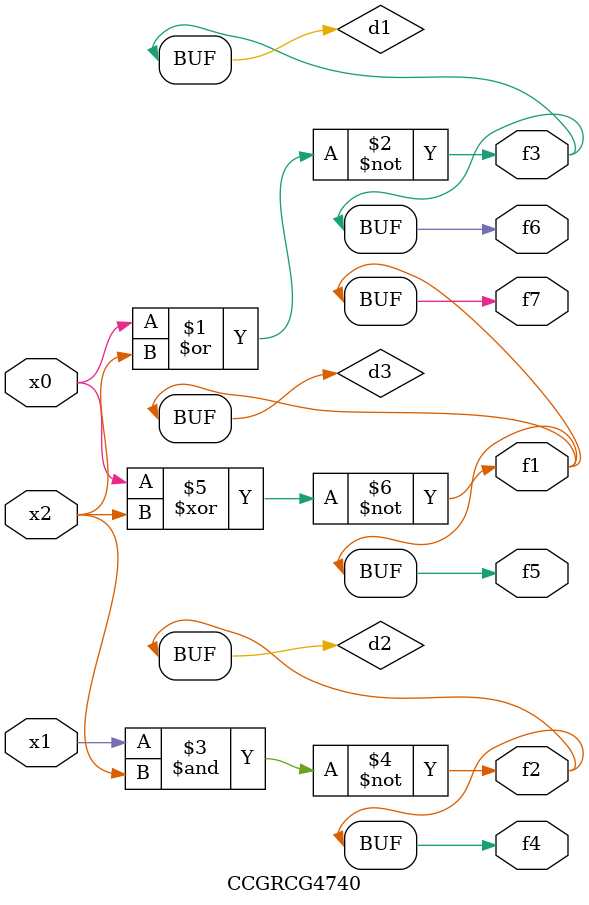
<source format=v>
module CCGRCG4740(
	input x0, x1, x2,
	output f1, f2, f3, f4, f5, f6, f7
);

	wire d1, d2, d3;

	nor (d1, x0, x2);
	nand (d2, x1, x2);
	xnor (d3, x0, x2);
	assign f1 = d3;
	assign f2 = d2;
	assign f3 = d1;
	assign f4 = d2;
	assign f5 = d3;
	assign f6 = d1;
	assign f7 = d3;
endmodule

</source>
